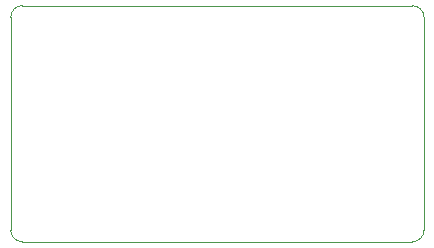
<source format=gm1>
G04 #@! TF.GenerationSoftware,KiCad,Pcbnew,(5.1.2)-1*
G04 #@! TF.CreationDate,2020-10-03T12:09:35+09:00*
G04 #@! TF.ProjectId,es,65732e6b-6963-4616-945f-706362585858,v1.4*
G04 #@! TF.SameCoordinates,Original*
G04 #@! TF.FileFunction,Profile,NP*
%FSLAX46Y46*%
G04 Gerber Fmt 4.6, Leading zero omitted, Abs format (unit mm)*
G04 Created by KiCad (PCBNEW (5.1.2)-1) date 2020-10-03 12:09:35*
%MOMM*%
%LPD*%
G04 APERTURE LIST*
%ADD10C,0.050000*%
G04 APERTURE END LIST*
D10*
X179000000Y-98000000D02*
G75*
G02X178000000Y-99000000I-1000000J0D01*
G01*
X145000000Y-99000000D02*
G75*
G02X144000000Y-98000000I0J1000000D01*
G01*
X144000000Y-80000000D02*
G75*
G02X145000000Y-79000000I1000000J0D01*
G01*
X178000000Y-79000000D02*
G75*
G02X179000000Y-80000000I0J-1000000D01*
G01*
X178000000Y-99000000D02*
X145000000Y-99000000D01*
X179000000Y-80000000D02*
X179000000Y-98000000D01*
X145000000Y-79000000D02*
X178000000Y-79000000D01*
X144000000Y-80000000D02*
X144000000Y-98000000D01*
M02*

</source>
